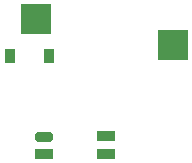
<source format=gbr>
%TF.GenerationSoftware,KiCad,Pcbnew,(6.0.2-0)*%
%TF.CreationDate,2022-10-03T22:05:57+11:00*%
%TF.ProjectId,ameoba,616d656f-6261-42e6-9b69-6361645f7063,rev?*%
%TF.SameCoordinates,Original*%
%TF.FileFunction,Paste,Bot*%
%TF.FilePolarity,Positive*%
%FSLAX46Y46*%
G04 Gerber Fmt 4.6, Leading zero omitted, Abs format (unit mm)*
G04 Created by KiCad (PCBNEW (6.0.2-0)) date 2022-10-03 22:05:57*
%MOMM*%
%LPD*%
G01*
G04 APERTURE LIST*
G04 Aperture macros list*
%AMRoundRect*
0 Rectangle with rounded corners*
0 $1 Rounding radius*
0 $2 $3 $4 $5 $6 $7 $8 $9 X,Y pos of 4 corners*
0 Add a 4 corners polygon primitive as box body*
4,1,4,$2,$3,$4,$5,$6,$7,$8,$9,$2,$3,0*
0 Add four circle primitives for the rounded corners*
1,1,$1+$1,$2,$3*
1,1,$1+$1,$4,$5*
1,1,$1+$1,$6,$7*
1,1,$1+$1,$8,$9*
0 Add four rect primitives between the rounded corners*
20,1,$1+$1,$2,$3,$4,$5,0*
20,1,$1+$1,$4,$5,$6,$7,0*
20,1,$1+$1,$6,$7,$8,$9,0*
20,1,$1+$1,$8,$9,$2,$3,0*%
G04 Aperture macros list end*
%ADD10R,1.492724X0.824104*%
%ADD11R,1.492724X0.810988*%
%ADD12R,1.489015X0.821296*%
%ADD13RoundRect,0.205318X0.539189X0.205318X-0.539189X0.205318X-0.539189X-0.205318X0.539189X-0.205318X0*%
%ADD14R,2.600000X2.600000*%
%ADD15R,0.900000X1.200000*%
G04 APERTURE END LIST*
D10*
%TO.C,REF\u002A\u002A*%
X28065013Y-30847946D03*
D11*
X28065013Y-29345495D03*
D12*
X22755893Y-30849352D03*
D13*
X22755893Y-29349364D03*
%TD*%
D14*
%TO.C,S16*%
X22125000Y-19390000D03*
X33675000Y-21590000D03*
%TD*%
D15*
%TO.C,D3*%
X23191251Y-22528549D03*
X19891251Y-22528549D03*
%TD*%
M02*

</source>
